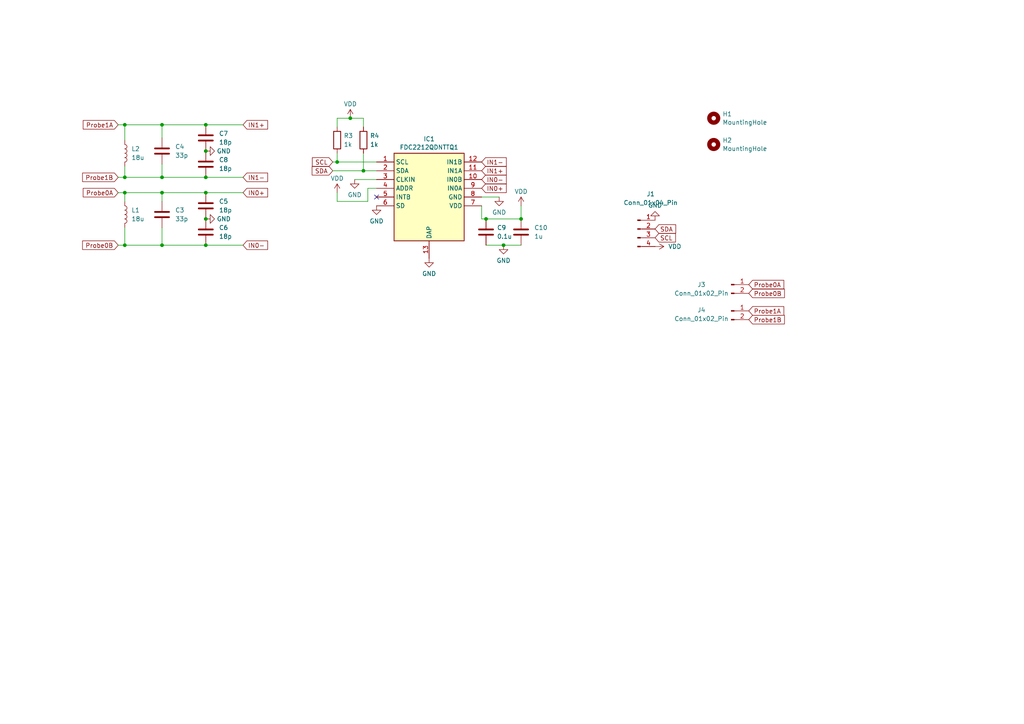
<source format=kicad_sch>
(kicad_sch (version 20231120) (generator "eeschema") (generator_version "8.0")
  (paper "A4")
  (lib_symbols
    (symbol "Connector:Conn_01x02_Pin" (pin_names (offset 1.016) hide)
      (property "Reference" "J" (at 0 2.54 0))
      (property "Value" "Conn_01x02_Pin" (at 0 -5.08 0))
      (symbol "Conn_01x02_Pin_1_1"
        (polyline (pts (xy 1.27 -2.54) (xy 0.8636 -2.54)) (stroke (width 0.1524)))
        (polyline (pts (xy 1.27 0) (xy 0.8636 0)) (stroke (width 0.1524)))
        (rectangle (start 0.8636 -2.413) (end 0 -2.667) (stroke (width 0.1524)) (fill (type outline)))
        (rectangle (start 0.8636 0.127) (end 0 -0.127) (stroke (width 0.1524)) (fill (type outline)))
        (pin passive line (at 5.08 0 180) (length 3.81) (name "Pin_1") (number "1"))
        (pin passive line (at 5.08 -2.54 180) (length 3.81) (name "Pin_2") (number "2"))
      )
    )
    (symbol "Connector:Conn_01x04_Pin" (pin_names (offset 1.016) hide)
      (property "Reference" "J" (at 0 5.08 0))
      (property "Value" "Conn_01x04_Pin" (at 0 -7.62 0))
      (symbol "Conn_01x04_Pin_1_1"
        (polyline (pts (xy 1.27 -5.08) (xy 0.8636 -5.08)) (stroke (width 0.1524)))
        (polyline (pts (xy 1.27 -2.54) (xy 0.8636 -2.54)) (stroke (width 0.1524)))
        (polyline (pts (xy 1.27 0) (xy 0.8636 0)) (stroke (width 0.1524)))
        (polyline (pts (xy 1.27 2.54) (xy 0.8636 2.54)) (stroke (width 0.1524)))
        (rectangle (start 0.8636 -4.953) (end 0 -5.207) (stroke (width 0.1524)) (fill (type outline)))
        (rectangle (start 0.8636 -2.413) (end 0 -2.667) (stroke (width 0.1524)) (fill (type outline)))
        (rectangle (start 0.8636 0.127) (end 0 -0.127) (stroke (width 0.1524)) (fill (type outline)))
        (rectangle (start 0.8636 2.667) (end 0 2.413) (stroke (width 0.1524)) (fill (type outline)))
        (pin passive line (at 5.08 2.54 180) (length 3.81) (name "Pin_1") (number "1"))
        (pin passive line (at 5.08 0 180) (length 3.81) (name "Pin_2") (number "2"))
        (pin passive line (at 5.08 -2.54 180) (length 3.81) (name "Pin_3") (number "3"))
        (pin passive line (at 5.08 -5.08 180) (length 3.81) (name "Pin_4") (number "4"))
      )
    )
    (symbol "Device:C" (pin_numbers hide) (pin_names (offset 0.254))
      (property "Reference" "C" (at 0.635 2.54 0))
      (property "Value" "C" (at 0.635 -2.54 0))
      (symbol "C_0_1"
        (polyline (pts (xy -2.032 -0.762) (xy 2.032 -0.762)) (stroke (width 0.508)))
        (polyline (pts (xy -2.032 0.762) (xy 2.032 0.762)) (stroke (width 0.508)))
      )
      (symbol "C_1_1"
        (pin passive line (at 0 3.81 270) (length 2.794) (name "~") (number "1"))
        (pin passive line (at 0 -3.81 90) (length 2.794) (name "~") (number "2"))
      )
    )
    (symbol "Device:L" (pin_numbers hide) (pin_names (offset 1.016) hide)
      (property "Reference" "L" (at -1.27 0 90))
      (property "Value" "L" (at 1.905 0 90))
      (symbol "L_0_1"
        (arc (start 0 -2.54) (mid 0.6323 -1.905) (end 0 -1.27))
        (arc (start 0 -1.27) (mid 0.6323 -0.635) (end 0 0))
        (arc (start 0 0) (mid 0.6323 0.635) (end 0 1.27))
        (arc (start 0 1.27) (mid 0.6323 1.905) (end 0 2.54))
      )
      (symbol "L_1_1"
        (pin passive line (at 0 3.81 270) (length 1.27) (name "1") (number "1"))
        (pin passive line (at 0 -3.81 90) (length 1.27) (name "2") (number "2"))
      )
    )
    (symbol "Device:R" (pin_numbers hide) (pin_names (offset 0))
      (property "Reference" "R" (at 2.032 0 90))
      (property "Value" "R" (at 0 0 90))
      (symbol "R_0_1"
        (rectangle (start -1.016 -2.54) (end 1.016 2.54) (stroke (width 0.254)))
      )
      (symbol "R_1_1"
        (pin passive line (at 0 3.81 270) (length 1.27) (name "~") (number "1"))
        (pin passive line (at 0 -3.81 90) (length 1.27) (name "~") (number "2"))
      )
    )
    (symbol "Mechanical:MountingHole" (pin_names (offset 1.016)) (exclude_from_sim yes) (in_bom no)
      (property "Reference" "H" (at 0 5.08 0))
      (property "Value" "MountingHole" (at 0 3.175 0))
      (symbol "MountingHole_0_1"
        (circle (center 0 0) (radius 1.27) (stroke (width 1.27)))
      )
    )
    (symbol "iclr:FDC2212QDNTTQ1"
      (property "Reference" "IC" (at 26.67 7.62 0))
      (property "Value" "FDC2212QDNTTQ1" (at 26.67 5.08 0))
      (symbol "FDC2212QDNTTQ1_1_1"
        (rectangle (start 5.08 2.54) (end 25.4 -22.86) (stroke (width 0.254)) (fill (type background)))
        (pin passive line (at 0 0 0) (length 5.08) (name "SCL") (number "1"))
        (pin passive line (at 30.48 -5.08 180) (length 5.08) (name "IN0B") (number "10"))
        (pin passive line (at 30.48 -2.54 180) (length 5.08) (name "IN1A") (number "11"))
        (pin passive line (at 30.48 0 180) (length 5.08) (name "IN1B") (number "12"))
        (pin passive line (at 15.24 -27.94 90) (length 5.08) (name "DAP") (number "13"))
        (pin passive line (at 0 -2.54 0) (length 5.08) (name "SDA") (number "2"))
        (pin passive line (at 0 -5.08 0) (length 5.08) (name "CLKIN") (number "3"))
        (pin passive line (at 0 -7.62 0) (length 5.08) (name "ADDR") (number "4"))
        (pin passive line (at 0 -10.16 0) (length 5.08) (name "INTB") (number "5"))
        (pin passive line (at 0 -12.7 0) (length 5.08) (name "SD") (number "6"))
        (pin passive line (at 30.48 -12.7 180) (length 5.08) (name "VDD") (number "7"))
        (pin passive line (at 30.48 -10.16 180) (length 5.08) (name "GND") (number "8"))
        (pin passive line (at 30.48 -7.62 180) (length 5.08) (name "IN0A") (number "9"))
      )
    )
    (symbol "power:GND" (power) (pin_names (offset 0))
      (property "Value" "GND" (at 0 -3.81 0))
      (symbol "GND_0_1"
        (polyline (pts (xy 0 0) (xy 0 -1.27) (xy 1.27 -1.27) (xy 0 -2.54) (xy -1.27 -1.27) (xy 0 -1.27)))
      )
      (symbol "GND_1_1"
        (pin power_in line (at 0 0 270) (length 0) hide (name "GND") (number "1"))
      )
    )
    (symbol "power:VDD" (power) (pin_names (offset 0))
      (property "Value" "VDD" (at 0 3.81 0))
      (symbol "VDD_0_1"
        (polyline (pts (xy -0.762 1.27) (xy 0 2.54)))
        (polyline (pts (xy 0 0) (xy 0 2.54)))
        (polyline (pts (xy 0 2.54) (xy 0.762 1.27)))
      )
      (symbol "VDD_1_1"
        (pin power_in line (at 0 0 90) (length 0) hide (name "VDD") (number "1"))
      )
    )
  )
  (junction (at 59.69 43.815))
  (junction (at 36.195 36.195))
  (junction (at 151.13 63.5))
  (junction (at 59.69 63.5))
  (junction (at 101.6 34.29))
  (junction (at 59.69 51.435))
  (junction (at 36.195 51.435))
  (junction (at 36.195 71.12))
  (junction (at 146.05 71.12))
  (junction (at 59.69 71.12))
  (junction (at 46.99 71.12))
  (junction (at 36.195 55.88))
  (junction (at 105.41 49.53))
  (junction (at 59.69 36.195))
  (junction (at 46.99 51.435))
  (junction (at 46.99 55.88))
  (junction (at 97.79 46.99))
  (junction (at 59.69 55.88))
  (junction (at 140.97 63.5))
  (junction (at 46.99 36.195))
  (no_connect (at 109.22 57.15))
  (wire (pts (xy 36.195 71.12) (xy 46.99 71.12)))
  (wire (pts (xy 151.13 59.69) (xy 151.13 63.5)))
  (wire (pts (xy 97.79 36.83) (xy 97.79 34.29)))
  (wire (pts (xy 34.29 36.195) (xy 36.195 36.195)))
  (wire (pts (xy 46.99 51.435) (xy 46.99 47.625)))
  (wire (pts (xy 97.79 34.29) (xy 101.6 34.29)))
  (wire (pts (xy 36.195 40.64) (xy 36.195 36.195)))
  (wire (pts (xy 139.7 63.5) (xy 140.97 63.5)))
  (wire (pts (xy 97.79 44.45) (xy 97.79 46.99)))
  (wire (pts (xy 105.41 34.29) (xy 105.41 36.83)))
  (wire (pts (xy 36.195 48.26) (xy 36.195 51.435)))
  (wire (pts (xy 36.195 66.04) (xy 36.195 71.12)))
  (wire (pts (xy 36.195 55.88) (xy 36.195 58.42)))
  (wire (pts (xy 140.97 63.5) (xy 151.13 63.5)))
  (wire (pts (xy 59.69 55.88) (xy 70.485 55.88)))
  (wire (pts (xy 106.68 58.42) (xy 106.68 54.61)))
  (wire (pts (xy 36.195 36.195) (xy 46.99 36.195)))
  (wire (pts (xy 146.05 71.12) (xy 151.13 71.12)))
  (wire (pts (xy 36.195 51.435) (xy 46.99 51.435)))
  (wire (pts (xy 102.87 52.07) (xy 109.22 52.07)))
  (wire (pts (xy 46.99 71.12) (xy 59.69 71.12)))
  (wire (pts (xy 34.29 51.435) (xy 36.195 51.435)))
  (wire (pts (xy 105.41 44.45) (xy 105.41 49.53)))
  (wire (pts (xy 139.7 57.15) (xy 144.78 57.15)))
  (wire (pts (xy 46.99 55.88) (xy 46.99 58.42)))
  (wire (pts (xy 46.99 51.435) (xy 59.69 51.435)))
  (wire (pts (xy 46.99 55.88) (xy 59.69 55.88)))
  (wire (pts (xy 97.79 55.88) (xy 97.79 58.42)))
  (wire (pts (xy 46.99 66.04) (xy 46.99 71.12)))
  (wire (pts (xy 106.68 54.61) (xy 109.22 54.61)))
  (wire (pts (xy 46.99 40.005) (xy 46.99 36.195)))
  (wire (pts (xy 97.79 46.99) (xy 109.22 46.99)))
  (wire (pts (xy 59.69 71.12) (xy 70.485 71.12)))
  (wire (pts (xy 105.41 49.53) (xy 109.22 49.53)))
  (wire (pts (xy 96.52 49.53) (xy 105.41 49.53)))
  (wire (pts (xy 46.99 36.195) (xy 59.69 36.195)))
  (wire (pts (xy 34.29 71.12) (xy 36.195 71.12)))
  (wire (pts (xy 97.79 58.42) (xy 106.68 58.42)))
  (wire (pts (xy 36.195 55.88) (xy 46.99 55.88)))
  (wire (pts (xy 59.69 36.195) (xy 70.485 36.195)))
  (wire (pts (xy 96.52 46.99) (xy 97.79 46.99)))
  (wire (pts (xy 101.6 34.29) (xy 105.41 34.29)))
  (wire (pts (xy 140.97 71.12) (xy 146.05 71.12)))
  (wire (pts (xy 59.69 51.435) (xy 70.485 51.435)))
  (wire (pts (xy 139.7 59.69) (xy 139.7 63.5)))
  (wire (pts (xy 34.29 55.88) (xy 36.195 55.88)))
  (global_label "IN1-" (shape input) (at 139.7 46.99 0) (property "Intersheetrefs" "${INTERSHEET_REFS}" (effects (hide yes))))
  (global_label "Probe1A" (shape input) (at 34.29 36.195 180) (property "Intersheetrefs" "${INTERSHEET_REFS}" (effects (hide yes))))
  (global_label "Probe1B" (shape input) (at 217.17 92.71 0) (property "Intersheetrefs" "${INTERSHEET_REFS}" (effects (hide yes))))
  (global_label "Probe0A" (shape input) (at 34.29 55.88 180) (property "Intersheetrefs" "${INTERSHEET_REFS}" (effects (hide yes))))
  (global_label "IN0-" (shape input) (at 70.485 71.12 0) (property "Intersheetrefs" "${INTERSHEET_REFS}" (effects (hide yes))))
  (global_label "IN0+" (shape input) (at 70.485 55.88 0) (property "Intersheetrefs" "${INTERSHEET_REFS}" (effects (hide yes))))
  (global_label "Probe0B" (shape input) (at 34.29 71.12 180) (property "Intersheetrefs" "${INTERSHEET_REFS}" (effects (hide yes))))
  (global_label "IN0-" (shape input) (at 139.7 52.07 0) (property "Intersheetrefs" "${INTERSHEET_REFS}" (effects (hide yes))))
  (global_label "Probe0B" (shape input) (at 217.17 85.09 0) (property "Intersheetrefs" "${INTERSHEET_REFS}" (effects (hide yes))))
  (global_label "Probe1B" (shape input) (at 34.29 51.435 180) (property "Intersheetrefs" "${INTERSHEET_REFS}" (effects (hide yes))))
  (global_label "IN0+" (shape input) (at 139.7 54.61 0) (property "Intersheetrefs" "${INTERSHEET_REFS}" (effects (hide yes))))
  (global_label "SCL" (shape input) (at 189.992 68.961 0) (property "Intersheetrefs" "${INTERSHEET_REFS}" (effects (hide yes))))
  (global_label "SCL" (shape input) (at 96.52 46.99 180) (property "Intersheetrefs" "${INTERSHEET_REFS}" (effects (hide yes))))
  (global_label "IN1+" (shape input) (at 70.485 36.195 0) (property "Intersheetrefs" "${INTERSHEET_REFS}" (effects (hide yes))))
  (global_label "SDA" (shape input) (at 96.52 49.53 180) (property "Intersheetrefs" "${INTERSHEET_REFS}" (effects (hide yes))))
  (global_label "Probe0A" (shape input) (at 217.17 82.55 0) (property "Intersheetrefs" "${INTERSHEET_REFS}" (effects (hide yes))))
  (global_label "SDA" (shape input) (at 189.992 66.421 0) (property "Intersheetrefs" "${INTERSHEET_REFS}" (effects (hide yes))))
  (global_label "IN1+" (shape input) (at 139.7 49.53 0) (property "Intersheetrefs" "${INTERSHEET_REFS}" (effects (hide yes))))
  (global_label "Probe1A" (shape input) (at 217.17 90.17 0) (property "Intersheetrefs" "${INTERSHEET_REFS}" (effects (hide yes))))
  (global_label "IN1-" (shape input) (at 70.485 51.435 0) (property "Intersheetrefs" "${INTERSHEET_REFS}" (effects (hide yes))))
  (symbol (lib_id "Mechanical:MountingHole") (at 207.01 34.29 0) (unit 1) (exclude_from_sim yes) (in_bom no)
    (property "Reference" "H1" (at 209.55 33.0778 0) (effects (justify left)))
    (property "Value" "MountingHole" (at 209.55 35.5021 0) (effects (justify left)))
    (property "Footprint" "MountingHole:MountingHole_3.2mm_M3_DIN965" (effects (hide yes)))
    (property "Description" "Mounting Hole without connection" (effects (hide yes)))
  )
  (symbol (lib_id "Device:C") (at 46.99 62.23 0) (unit 1)
    (property "Reference" "C3" (at 50.8 60.96 0) (effects (justify left)))
    (property "Value" "33p" (at 50.8 63.5 0) (effects (justify left)))
    (property "Footprint" "Capacitor_SMD:C_0402_1005Metric" (effects (hide yes)))
  )
  (symbol (lib_id "iclr:FDC2212QDNTTQ1") (at 109.22 46.99 0) (unit 1)
    (property "Reference" "IC1" (at 124.46 40.3055 0))
    (property "Value" "FDC2212QDNTTQ1" (at 124.46 42.7298 0))
    (property "Footprint" "iclr:SON50P400X400X100-13N" (effects (hide yes)))
    (property "Datasheet" "http://www.ti.com/lit/gpn/fdc2212-q1" (effects (hide yes)))
    (property "Description" "2-channel, Noise-immune, AEC-Q100 qualified, 28-bit Capacitive Sensing Solution" (effects (hide yes)))
    (property "Height" "1" (effects (hide yes)))
    (property "Manufacturer_Name" "Texas Instruments" (effects (hide yes)))
    (property "Manufacturer_Part_Number" "FDC2212QDNTTQ1" (effects (hide yes)))
    (property "Mouser Part Number" "595-FDC2212QDNTTQ1" (effects (hide yes)))
    (property "Mouser Price/Stock" "https://www.mouser.co.uk/ProductDetail/Texas-Instruments/FDC2212QDNTTQ1?qs=8%252Br4Hz5Xir%2FcSt%2FWTXPpyg%3D%3D" (effects (hide yes)))
    (property "Arrow Part Number" "FDC2212QDNTTQ1" (effects (hide yes)))
    (property "Arrow Price/Stock" "https://www.arrow.com/en/products/fdc2212qdnttq1/texas-instruments?region=nac" (effects (hide yes)))
  )
  (symbol (lib_id "Connector:Conn_01x02_Pin") (at 212.09 90.17 0) (unit 1)
    (property "Reference" "J4" (at 203.454 89.916 0))
    (property "Value" "Conn_01x02_Pin" (at 203.454 92.456 0))
    (property "Footprint" "Connector_Molex:Molex_Nano-Fit_105313-xx02_1x02_P2.50mm_Horizontal" (effects (hide yes)))
    (property "Description" "Generic connector, single row, 01x02, script generated" (effects (hide yes)))
  )
  (symbol (lib_id "power:VDD") (at 101.6 34.29 0) (unit 1)
    (property "Reference" "#PWR011" (effects (hide yes)))
    (property "Value" "VDD" (at 101.6 30.1569 0))
  )
  (symbol (lib_id "power:GND") (at 146.05 71.12 0) (unit 1)
    (property "Reference" "#PWR018" (effects (hide yes)))
    (property "Value" "GND" (at 146.05 75.565 0))
  )
  (symbol (lib_id "Device:L") (at 36.195 44.45 0) (unit 1)
    (property "Reference" "L2" (at 38.1 43.18 0) (effects (justify left)))
    (property "Value" "18u" (at 38.1 45.72 0) (effects (justify left)))
    (property "Footprint" "Inductor_SMD:L_1210_3225Metric" (effects (hide yes)))
  )
  (symbol (lib_id "power:GND") (at 189.992 63.881 180) (unit 1)
    (property "Reference" "#PWR04" (effects (hide yes)))
    (property "Value" "GND" (at 189.992 59.563 0))
  )
  (symbol (lib_id "Device:C") (at 59.69 40.005 0) (unit 1)
    (property "Reference" "C7" (at 63.5 38.735 0) (effects (justify left)))
    (property "Value" "18p" (at 63.5 41.275 0) (effects (justify left)))
    (property "Footprint" "Capacitor_SMD:C_0402_1005Metric" (effects (hide yes)))
  )
  (symbol (lib_id "power:VDD") (at 97.79 55.88 0) (unit 1)
    (property "Reference" "#PWR016" (effects (hide yes)))
    (property "Value" "VDD" (at 97.79 51.7469 0))
  )
  (symbol (lib_id "Device:R") (at 105.41 40.64 0) (unit 1)
    (property "Reference" "R4" (at 107.315 39.37 0) (effects (justify left)))
    (property "Value" "1k" (at 107.315 41.91 0) (effects (justify left)))
    (property "Footprint" "Resistor_SMD:R_0402_1005Metric" (effects (hide yes)))
  )
  (symbol (lib_id "Device:C") (at 46.99 43.815 0) (unit 1)
    (property "Reference" "C4" (at 50.8 42.545 0) (effects (justify left)))
    (property "Value" "33p" (at 50.8 45.085 0) (effects (justify left)))
    (property "Footprint" "Capacitor_SMD:C_0402_1005Metric" (effects (hide yes)))
  )
  (symbol (lib_id "power:VDD") (at 189.992 71.501 270) (unit 1)
    (property "Reference" "#PWR05" (effects (hide yes)))
    (property "Value" "VDD" (at 193.802 71.501 90) (effects (justify left)))
  )
  (symbol (lib_id "power:GND") (at 124.46 74.93 0) (unit 1)
    (property "Reference" "#PWR017" (effects (hide yes)))
    (property "Value" "GND" (at 124.46 79.375 0))
  )
  (symbol (lib_id "power:GND") (at 144.78 57.15 0) (unit 1)
    (property "Reference" "#PWR012" (effects (hide yes)))
    (property "Value" "GND" (at 144.78 61.595 0))
  )
  (symbol (lib_id "Device:C") (at 151.13 67.31 0) (unit 1)
    (property "Reference" "C10" (at 154.94 66.0399 0) (effects (justify left)))
    (property "Value" "1u" (at 154.94 68.5799 0) (effects (justify left)))
    (property "Footprint" "Capacitor_SMD:C_0402_1005Metric" (effects (hide yes)))
  )
  (symbol (lib_id "power:GND") (at 59.69 63.5 90) (unit 1)
    (property "Reference" "#PWR09" (effects (hide yes)))
    (property "Value" "GND" (at 62.865 63.4999 90) (effects (justify right)))
  )
  (symbol (lib_id "Mechanical:MountingHole") (at 207.01 41.91 0) (unit 1) (exclude_from_sim yes) (in_bom no)
    (property "Reference" "H2" (at 209.55 40.6978 0) (effects (justify left)))
    (property "Value" "MountingHole" (at 209.55 43.1221 0) (effects (justify left)))
    (property "Footprint" "MountingHole:MountingHole_3.2mm_M3_DIN965" (effects (hide yes)))
    (property "Description" "Mounting Hole without connection" (effects (hide yes)))
  )
  (symbol (lib_id "Device:C") (at 59.69 59.69 0) (unit 1)
    (property "Reference" "C5" (at 63.5 58.42 0) (effects (justify left)))
    (property "Value" "18p" (at 63.5 60.96 0) (effects (justify left)))
    (property "Footprint" "Capacitor_SMD:C_0402_1005Metric" (effects (hide yes)))
  )
  (symbol (lib_id "Device:L") (at 36.195 62.23 0) (unit 1)
    (property "Reference" "L1" (at 38.1 60.96 0) (effects (justify left)))
    (property "Value" "18u" (at 38.1 63.5 0) (effects (justify left)))
    (property "Footprint" "Inductor_SMD:L_1210_3225Metric" (effects (hide yes)))
  )
  (symbol (lib_id "Device:C") (at 140.97 67.31 0) (unit 1)
    (property "Reference" "C9" (at 144.145 66.04 0) (effects (justify left)))
    (property "Value" "0.1u" (at 144.145 68.58 0) (effects (justify left)))
    (property "Footprint" "Capacitor_SMD:C_0402_1005Metric" (effects (hide yes)))
  )
  (symbol (lib_id "power:GND") (at 102.87 52.07 0) (unit 1)
    (property "Reference" "#PWR015" (effects (hide yes)))
    (property "Value" "GND" (at 102.87 56.515 0))
  )
  (symbol (lib_id "Connector:Conn_01x04_Pin") (at 184.912 66.421 0) (unit 1)
    (property "Reference" "J1" (at 188.722 56.261 0))
    (property "Value" "Conn_01x04_Pin" (at 188.722 58.801 0))
    (property "Footprint" "Connector_Molex:Molex_Nano-Fit_105313-xx04_1x04_P2.50mm_Horizontal" (effects (hide yes)))
  )
  (symbol (lib_id "power:GND") (at 59.69 43.815 90) (unit 1)
    (property "Reference" "#PWR010" (effects (hide yes)))
    (property "Value" "GND" (at 62.865 43.8149 90) (effects (justify right)))
  )
  (symbol (lib_id "Device:R") (at 97.79 40.64 0) (unit 1)
    (property "Reference" "R3" (at 99.695 39.37 0) (effects (justify left)))
    (property "Value" "1k" (at 99.695 41.91 0) (effects (justify left)))
    (property "Footprint" "Resistor_SMD:R_0402_1005Metric" (effects (hide yes)))
  )
  (symbol (lib_id "power:GND") (at 109.22 59.69 0) (unit 1)
    (property "Reference" "#PWR014" (effects (hide yes)))
    (property "Value" "GND" (at 109.22 64.135 0))
  )
  (symbol (lib_id "Connector:Conn_01x02_Pin") (at 212.09 82.55 0) (unit 1)
    (property "Reference" "J3" (at 203.454 82.55 0))
    (property "Value" "Conn_01x02_Pin" (at 203.454 85.09 0))
    (property "Footprint" "Connector_Molex:Molex_Nano-Fit_105313-xx02_1x02_P2.50mm_Horizontal" (effects (hide yes)))
    (property "Description" "Generic connector, single row, 01x02, script generated" (effects (hide yes)))
  )
  (symbol (lib_id "Device:C") (at 59.69 67.31 0) (unit 1)
    (property "Reference" "C6" (at 63.5 66.04 0) (effects (justify left)))
    (property "Value" "18p" (at 63.5 68.58 0) (effects (justify left)))
    (property "Footprint" "Capacitor_SMD:C_0402_1005Metric" (effects (hide yes)))
  )
  (symbol (lib_id "Device:C") (at 59.69 47.625 0) (unit 1)
    (property "Reference" "C8" (at 63.5 46.355 0) (effects (justify left)))
    (property "Value" "18p" (at 63.5 48.895 0) (effects (justify left)))
    (property "Footprint" "Capacitor_SMD:C_0402_1005Metric" (effects (hide yes)))
  )
  (symbol (lib_id "power:VDD") (at 151.13 59.69 0) (unit 1)
    (property "Reference" "#PWR013" (effects (hide yes)))
    (property "Value" "VDD" (at 151.13 55.5569 0))
  )
)
</source>
